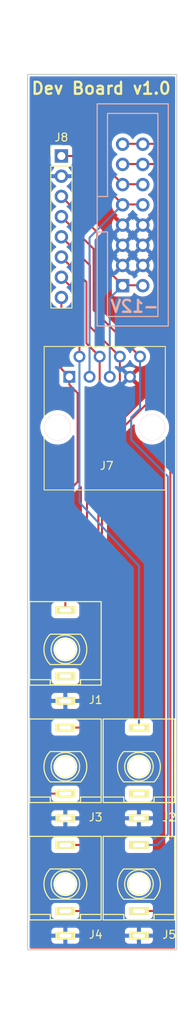
<source format=kicad_pcb>
(kicad_pcb (version 20221018) (generator pcbnew)
  (layers (0 "F.Cu" signal) (31 "B.Cu" signal) (34 "B.Paste" user) (35 "F.Paste" user) (36 "B.SilkS" user "B.Silkscreen") (37 "F.SilkS" user "F.Silkscreen") (38 "B.Mask" user) (39 "F.Mask" user) (44 "Edge.Cuts" user))
  (net 0 "")
  (net 1 "Jack1")
  (net 2 "Net-(J1-Pad2)")
  (net 3 "GND")
  (net 4 "Net-(J2-Pad2)")
  (net 5 "Jack2")
  (net 6 "Jack3")
  (net 7 "+5V")
  (net 8 "CV")
  (net 9 "Jack4")
  (net 10 "Jack5")
  (net 11 "Gate")
  (net 12 "-12V")
  (net 13 "+12V")
  (footprint "PlayDice:THONKICONN_hole" (layer "F.Cu") (at 64.75 146.25)
    (fp_text reference "J2" (at 3.81 6.35) (layer "F.SilkS"))
    (fp_text value "AudioJack2_Ground_Switch" hide)
    (fp_line (start -4.5 -6) (end -4.5 4.5) (stroke (width 0.15)) (layer "F.SilkS"))
    (fp_line (start -4.5 -6) (end 4.5 -6) (stroke (width 0.15)) (layer "F.SilkS"))
    (fp_line (start -4.5 4.5) (end 4.5 4.5) (stroke (width 0.15)) (layer "F.SilkS"))
    (fp_line (start -4.445 3.81) (end -1.905 3.81) (stroke (width 0.15)) (layer "F.SilkS"))
    (fp_line (start -1.905 -1.905) (end 1.905 -1.905) (stroke (width 0.15)) (layer "F.SilkS"))
    (fp_line (start -1.905 3.81) (end -1.905 4.445) (stroke (width 0.15)) (layer "F.SilkS"))
    (fp_line (start -1.905 4.445) (end 1.905 4.445) (stroke (width 0.15)) (layer "F.SilkS"))
    (fp_line (start 1.905 1.905) (end -1.905 1.905) (stroke (width 0.15)) (layer "F.SilkS"))
    (fp_line (start 1.905 3.81) (end 4.445 3.81) (stroke (width 0.15)) (layer "F.SilkS"))
    (fp_line (start 1.905 4.445) (end 1.905 3.81) (stroke (width 0.15)) (layer "F.SilkS"))
    (fp_line (start 4.5 -6) (end 4.5 4.5) (stroke (width 0.15)) (layer "F.SilkS"))
    (fp_arc (start -1.905 1.905) (mid -2.694077 0) (end -1.905 -1.905) (stroke (width 0.15)) (layer "F.SilkS"))
    (fp_arc (start 1.905 -1.905) (mid 2.694077 0) (end 1.905 1.905) (stroke (width 0.15)) (layer "F.SilkS"))
    (fp_circle (center 0 0) (end 1.27 1.27) (stroke (width 0.15)) (fill none) (layer "F.SilkS"))
    (fp_circle (center 0 0) (end 1.3 0) (stroke (width 0.15)) (fill none) (layer "F.SilkS"))
    (pad "" np_thru_hole circle (at 0 0) (size 2.5 2.5) (drill 2.5) (layers "*.Cu" "*.Mask"))
    (pad "1" thru_hole rect (at 0 6.48) (size 2.5 1) (drill oval 1.5 0.5) (layers "*.Cu" "*.Mask" "F.SilkS") (net 3 "GND"))
    (pad "2" thru_hole rect (at 0 3.38) (size 2.5 1) (drill oval 1.5 0.5) (layers "*.Cu" "*.Mask" "F.SilkS") (net 4 "Net-(J2-Pad2)"))
    (pad "3" thru_hole rect (at 0 -4.92) (size 2.5 1) (drill oval 1.5 0.5) (layers "*.Cu" "*.Mask" "F.SilkS") (net 5 "Jack2"))
  )
  (footprint "PlayDice:THONKICONN_hole" (layer "F.Cu") (at 55.5 146.25)
    (fp_text reference "J3" (at 3.81 6.35) (layer "F.SilkS"))
    (fp_text value "AudioJack2_Ground_Switch" hide)
    (fp_line (start -4.5 -6) (end -4.5 4.5) (stroke (width 0.15)) (layer "F.SilkS"))
    (fp_line (start -4.5 -6) (end 4.5 -6) (stroke (width 0.15)) (layer "F.SilkS"))
    (fp_line (start -4.5 4.5) (end 4.5 4.5) (stroke (width 0.15)) (layer "F.SilkS"))
    (fp_line (start -4.445 3.81) (end -1.905 3.81) (stroke (width 0.15)) (layer "F.SilkS"))
    (fp_line (start -1.905 -1.905) (end 1.905 -1.905) (stroke (width 0.15)) (layer "F.SilkS"))
    (fp_line (start -1.905 3.81) (end -1.905 4.445) (stroke (width 0.15)) (layer "F.SilkS"))
    (fp_line (start -1.905 4.445) (end 1.905 4.445) (stroke (width 0.15)) (layer "F.SilkS"))
    (fp_line (start 1.905 1.905) (end -1.905 1.905) (stroke (width 0.15)) (layer "F.SilkS"))
    (fp_line (start 1.905 3.81) (end 4.445 3.81) (stroke (width 0.15)) (layer "F.SilkS"))
    (fp_line (start 1.905 4.445) (end 1.905 3.81) (stroke (width 0.15)) (layer "F.SilkS"))
    (fp_line (start 4.5 -6) (end 4.5 4.5) (stroke (width 0.15)) (layer "F.SilkS"))
    (fp_arc (start -1.905 1.905) (mid -2.694077 0) (end -1.905 -1.905) (stroke (width 0.15)) (layer "F.SilkS"))
    (fp_arc (start 1.905 -1.905) (mid 2.694077 0) (end 1.905 1.905) (stroke (width 0.15)) (layer "F.SilkS"))
    (fp_circle (center 0 0) (end 1.27 1.27) (stroke (width 0.15)) (fill none) (layer "F.SilkS"))
    (fp_circle (center 0 0) (end 1.3 0) (stroke (width 0.15)) (fill none) (layer "F.SilkS"))
    (pad "" np_thru_hole circle (at 0 0) (size 2.5 2.5) (drill 2.5) (layers "*.Cu" "*.Mask"))
    (pad "1" thru_hole rect (at 0 6.48) (size 2.5 1) (drill oval 1.5 0.5) (layers "*.Cu" "*.Mask" "F.SilkS") (net 3 "GND"))
    (pad "2" thru_hole rect (at 0 3.38) (size 2.5 1) (drill oval 1.5 0.5) (layers "*.Cu" "*.Mask" "F.SilkS") (net 7 "+5V"))
    (pad "3" thru_hole rect (at 0 -4.92) (size 2.5 1) (drill oval 1.5 0.5) (layers "*.Cu" "*.Mask" "F.SilkS") (net 6 "Jack3"))
  )
  (footprint "PlayDice:THONKICONN_hole" (layer "F.Cu") (at 55.5 161)
    (fp_text reference "J4" (at 3.81 6.35) (layer "F.SilkS"))
    (fp_text value "AudioJack2_Ground_Switch" hide)
    (fp_line (start -4.5 -6) (end -4.5 4.5) (stroke (width 0.15)) (layer "F.SilkS"))
    (fp_line (start -4.5 -6) (end 4.5 -6) (stroke (width 0.15)) (layer "F.SilkS"))
    (fp_line (start -4.5 4.5) (end 4.5 4.5) (stroke (width 0.15)) (layer "F.SilkS"))
    (fp_line (start -4.445 3.81) (end -1.905 3.81) (stroke (width 0.15)) (layer "F.SilkS"))
    (fp_line (start -1.905 -1.905) (end 1.905 -1.905) (stroke (width 0.15)) (layer "F.SilkS"))
    (fp_line (start -1.905 3.81) (end -1.905 4.445) (stroke (width 0.15)) (layer "F.SilkS"))
    (fp_line (start -1.905 4.445) (end 1.905 4.445) (stroke (width 0.15)) (layer "F.SilkS"))
    (fp_line (start 1.905 1.905) (end -1.905 1.905) (stroke (width 0.15)) (layer "F.SilkS"))
    (fp_line (start 1.905 3.81) (end 4.445 3.81) (stroke (width 0.15)) (layer "F.SilkS"))
    (fp_line (start 1.905 4.445) (end 1.905 3.81) (stroke (width 0.15)) (layer "F.SilkS"))
    (fp_line (start 4.5 -6) (end 4.5 4.5) (stroke (width 0.15)) (layer "F.SilkS"))
    (fp_arc (start -1.905 1.905) (mid -2.694077 0) (end -1.905 -1.905) (stroke (width 0.15)) (layer "F.SilkS"))
    (fp_arc (start 1.905 -1.905) (mid 2.694077 0) (end 1.905 1.905) (stroke (width 0.15)) (layer "F.SilkS"))
    (fp_circle (center 0 0) (end 1.27 1.27) (stroke (width 0.15)) (fill none) (layer "F.SilkS"))
    (fp_circle (center 0 0) (end 1.3 0) (stroke (width 0.15)) (fill none) (layer "F.SilkS"))
    (pad "" np_thru_hole circle (at 0 0) (size 2.5 2.5) (drill 2.5) (layers "*.Cu" "*.Mask"))
    (pad "1" thru_hole rect (at 0 6.48) (size 2.5 1) (drill oval 1.5 0.5) (layers "*.Cu" "*.Mask" "F.SilkS") (net 3 "GND"))
    (pad "2" thru_hole rect (at 0 3.38) (size 2.5 1) (drill oval 1.5 0.5) (layers "*.Cu" "*.Mask" "F.SilkS") (net 8 "CV"))
    (pad "3" thru_hole rect (at 0 -4.92) (size 2.5 1) (drill oval 1.5 0.5) (layers "*.Cu" "*.Mask" "F.SilkS") (net 9 "Jack4"))
  )
  (footprint "PlayDice:THONKICONN_hole" (layer "F.Cu") (at 64.75 161)
    (fp_text reference "J5" (at 3.81 6.35) (layer "F.SilkS"))
    (fp_text value "AudioJack2_Ground_Switch" hide)
    (fp_line (start -4.5 -6) (end -4.5 4.5) (stroke (width 0.15)) (layer "F.SilkS"))
    (fp_line (start -4.5 -6) (end 4.5 -6) (stroke (width 0.15)) (layer "F.SilkS"))
    (fp_line (start -4.5 4.5) (end 4.5 4.5) (stroke (width 0.15)) (layer "F.SilkS"))
    (fp_line (start -4.445 3.81) (end -1.905 3.81) (stroke (width 0.15)) (layer "F.SilkS"))
    (fp_line (start -1.905 -1.905) (end 1.905 -1.905) (stroke (width 0.15)) (layer "F.SilkS"))
    (fp_line (start -1.905 3.81) (end -1.905 4.445) (stroke (width 0.15)) (layer "F.SilkS"))
    (fp_line (start -1.905 4.445) (end 1.905 4.445) (stroke (width 0.15)) (layer "F.SilkS"))
    (fp_line (start 1.905 1.905) (end -1.905 1.905) (stroke (width 0.15)) (layer "F.SilkS"))
    (fp_line (start 1.905 3.81) (end 4.445 3.81) (stroke (width 0.15)) (layer "F.SilkS"))
    (fp_line (start 1.905 4.445) (end 1.905 3.81) (stroke (width 0.15)) (layer "F.SilkS"))
    (fp_line (start 4.5 -6) (end 4.5 4.5) (stroke (width 0.15)) (layer "F.SilkS"))
    (fp_arc (start -1.905 1.905) (mid -2.694077 0) (end -1.905 -1.905) (stroke (width 0.15)) (layer "F.SilkS"))
    (fp_arc (start 1.905 -1.905) (mid 2.694077 0) (end 1.905 1.905) (stroke (width 0.15)) (layer "F.SilkS"))
    (fp_circle (center 0 0) (end 1.27 1.27) (stroke (width 0.15)) (fill none) (layer "F.SilkS"))
    (fp_circle (center 0 0) (end 1.3 0) (stroke (width 0.15)) (fill none) (layer "F.SilkS"))
    (pad "" np_thru_hole circle (at 0 0) (size 2.5 2.5) (drill 2.5) (layers "*.Cu" "*.Mask"))
    (pad "1" thru_hole rect (at 0 6.48) (size 2.5 1) (drill oval 1.5 0.5) (layers "*.Cu" "*.Mask" "F.SilkS") (net 3 "GND"))
    (pad "2" thru_hole rect (at 0 3.38) (size 2.5 1) (drill oval 1.5 0.5) (layers "*.Cu" "*.Mask" "F.SilkS") (net 11 "Gate"))
    (pad "3" thru_hole rect (at 0 -4.92) (size 2.5 1) (drill oval 1.5 0.5) (layers "*.Cu" "*.Mask" "F.SilkS") (net 10 "Jack5"))
  )
  (footprint "Connectors:RJ45_8" (layer "F.Cu") (at 56 97.25)
    (fp_text reference "J7" (at 4.7 11.18) (layer "F.SilkS"))
    (fp_text value "RJ45")
    (fp_line (start -3.17 -3.81) (end -3.17 5.19) (stroke (width 0.12)) (layer "F.SilkS"))
    (fp_line (start -3.17 7.51) (end -3.17 14.22) (stroke (width 0.12)) (layer "F.SilkS"))
    (fp_line (start -3.17 14.22) (end 12.07 14.22) (stroke (width 0.12)) (layer "F.SilkS"))
    (fp_line (start 12.06 7.52) (end 12.07 14.22) (stroke (width 0.12)) (layer "F.SilkS"))
    (fp_line (start 12.07 -3.81) (end -3.17 -3.81) (stroke (width 0.12)) (layer "F.SilkS"))
    (fp_line (start 12.07 -3.81) (end 12.06 5.18) (stroke (width 0.12)) (layer "F.SilkS"))
    (pad "" np_thru_hole circle (at -1.49 6.35) (size 3.3 3.3) (drill 3.25) (layers "*.Cu" "*.SilkS" "*.Mask"))
    (pad "" np_thru_hole circle (at 10.38 6.35) (size 3.3 3.3) (drill 3.25) (layers "*.Cu" "*.SilkS" "*.Mask"))
    (pad "1" thru_hole rect (at 0 0) (size 1.5 1.5) (drill 0.9) (layers "*.Cu" "*.Mask") (net 1 "Jack1"))
    (pad "2" thru_hole circle (at 1.27 -2.54) (size 1.5 1.5) (drill 0.9) (layers "*.Cu" "*.Mask") (net 5 "Jack2"))
    (pad "3" thru_hole circle (at 2.54 0) (size 1.5 1.5) (drill 0.9) (layers "*.Cu" "*.Mask") (net 13 "+12V"))
    (pad "4" thru_hole circle (at 3.81 -2.54) (size 1.5 1.5) (drill 0.9) (layers "*.Cu" "*.Mask") (net 6 "Jack3"))
    (pad "5" thru_hole circle (at 5.08 0) (size 1.5 1.5) (drill 0.9) (layers "*.Cu" "*.Mask") (net 12 "-12V"))
    (pad "6" thru_hole circle (at 6.35 -2.54) (size 1.5 1.5) (drill 0.9) (layers "*.Cu" "*.Mask") (net 9 "Jack4"))
    (pad "7" thru_hole circle (at 7.62 0) (size 1.5 1.5) (drill 0.9) (layers "*.Cu" "*.Mask") (net 3 "GND"))
    (pad "8" thru_hole circle (at 8.89 -2.54) (size 1.5 1.5) (drill 0.9) (layers "*.Cu" "*.Mask") (net 10 "Jack5"))
  )
  (footprint "Pin_Headers:Pin_Header_Straight_1x08_Pitch2.54mm" (layer "F.Cu") (at 55 69.5)
    (fp_text reference "J8" (at 0 -2.33) (layer "F.SilkS"))
    (fp_text value "Conn_01x08_Female")
    (fp_line (start -1.33 -1.33) (end 0 -1.33) (stroke (width 0.12)) (layer "F.SilkS"))
    (fp_line (start -1.33 0) (end -1.33 -1.33) (stroke (width 0.12)) (layer "F.SilkS"))
    (fp_line (start -1.33 1.27) (end -1.33 19.11) (stroke (width 0.12)) (layer "F.SilkS"))
    (fp_line (start -1.33 1.27) (end 1.33 1.27) (stroke (width 0.12)) (layer "F.SilkS"))
    (fp_line (start -1.33 19.11) (end 1.33 19.11) (stroke (width 0.12)) (layer "F.SilkS"))
    (fp_line (start 1.33 1.27) (end 1.33 19.11) (stroke (width 0.12)) (layer "F.SilkS"))
    (pad "1" thru_hole rect (at 0 0) (size 1.7 1.7) (drill 1) (layers "*.Cu" "*.Mask") (net 13 "+12V"))
    (pad "2" thru_hole oval (at 0 2.54) (size 1.7 1.7) (drill 1) (layers "*.Cu" "*.Mask") (net 3 "GND"))
    (pad "3" thru_hole oval (at 0 5.08) (size 1.7 1.7) (drill 1) (layers "*.Cu" "*.Mask") (net 12 "-12V"))
    (pad "4" thru_hole oval (at 0 7.62) (size 1.7 1.7) (drill 1) (layers "*.Cu" "*.Mask") (net 10 "Jack5"))
    (pad "5" thru_hole oval (at 0 10.16) (size 1.7 1.7) (drill 1) (layers "*.Cu" "*.Mask") (net 9 "Jack4"))
    (pad "6" thru_hole oval (at 0 12.7) (size 1.7 1.7) (drill 1) (layers "*.Cu" "*.Mask") (net 6 "Jack3"))
    (pad "7" thru_hole oval (at 0 15.24) (size 1.7 1.7) (drill 1) (layers "*.Cu" "*.Mask") (net 5 "Jack2"))
    (pad "8" thru_hole oval (at 0 17.78) (size 1.7 1.7) (drill 1) (layers "*.Cu" "*.Mask") (net 1 "Jack1"))
  )
  (footprint "PlayDice:THONKICONN_hole" (layer "F.Cu") (at 55.5 131.5)
    (fp_text reference "J1" (at 3.81 6.35) (layer "F.SilkS"))
    (fp_text value "AudioJack2_Ground_Switch" hide)
    (fp_line (start -4.5 -6) (end -4.5 4.5) (stroke (width 0.15)) (layer "F.SilkS"))
    (fp_line (start -4.5 -6) (end 4.5 -6) (stroke (width 0.15)) (layer "F.SilkS"))
    (fp_line (start -4.5 4.5) (end 4.5 4.5) (stroke (width 0.15)) (layer "F.SilkS"))
    (fp_line (start -4.445 3.81) (end -1.905 3.81) (stroke (width 0.15)) (layer "F.SilkS"))
    (fp_line (start -1.905 -1.905) (end 1.905 -1.905) (stroke (width 0.15)) (layer "F.SilkS"))
    (fp_line (start -1.905 3.81) (end -1.905 4.445) (stroke (width 0.15)) (layer "F.SilkS"))
    (fp_line (start -1.905 4.445) (end 1.905 4.445) (stroke (width 0.15)) (layer "F.SilkS"))
    (fp_line (start 1.905 1.905) (end -1.905 1.905) (stroke (width 0.15)) (layer "F.SilkS"))
    (fp_line (start 1.905 3.81) (end 4.445 3.81) (stroke (width 0.15)) (layer "F.SilkS"))
    (fp_line (start 1.905 4.445) (end 1.905 3.81) (stroke (width 0.15)) (layer "F.SilkS"))
    (fp_line (start 4.5 -6) (end 4.5 4.5) (stroke (width 0.15)) (layer "F.SilkS"))
    (fp_arc (start -1.905 1.905) (mid -2.694077 0) (end -1.905 -1.905) (stroke (width 0.15)) (layer "F.SilkS"))
    (fp_arc (start 1.905 -1.905) (mid 2.694077 0) (end 1.905 1.905) (stroke (width 0.15)) (layer "F.SilkS"))
    (fp_circle (center 0 0) (end 1.27 1.27) (stroke (width 0.15)) (fill none) (layer "F.SilkS"))
    (fp_circle (center 0 0) (end 1.3 0) (stroke (width 0.15)) (fill none) (layer "F.SilkS"))
    (pad "" np_thru_hole circle (at 0 0) (size 2.5 2.5) (drill 2.5) (layers "*.Cu" "*.Mask"))
    (pad "1" thru_hole rect (at 0 6.48) (size 2.5 1) (drill oval 1.5 0.5) (layers "*.Cu" "*.Mask" "F.SilkS") (net 3 "GND"))
    (pad "2" thru_hole rect (at 0 3.38) (size 2.5 1) (drill oval 1.5 0.5) (layers "*.Cu" "*.Mask" "F.SilkS") (net 2 "Net-(J1-Pad2)"))
    (pad "3" thru_hole rect (at 0 -4.92) (size 2.5 1) (drill oval 1.5 0.5) (layers "*.Cu" "*.Mask" "F.SilkS") (net 1 "Jack1"))
  )
  (footprint "PlayDice:Eurorack_16_pin_header" (layer "B.Cu") (at 62.7 85.8 90)
    (fp_text reference "J6" hide)
    (fp_text value "Eurorack_16_pin_power" hide)
    (fp_line (start -5.07 -3.2) (end -5.07 5.74) (stroke (width 0.15)) (layer "B.SilkS"))
    (fp_line (start -5.07 5.74) (end 22.85 5.74) (stroke (width 0.15)) (layer "B.SilkS"))
    (fp_line (start -3.87 -1.9) (end -3.87 4.44) (stroke (width 0.15)) (layer "B.SilkS"))
    (fp_line (start -3.87 4.44) (end 21.65 4.44) (stroke (width 0.15)) (layer "B.SilkS"))
    (fp_line (start 6.7 -1.9) (end -3.87 -1.9) (stroke (width 0.15)) (layer "B.SilkS"))
    (fp_line (start 6.755 -3.2) (end 6.755 -1.9) (stroke (width 0.15)) (layer "B.SilkS"))
    (fp_line (start 11.205 -1.9) (end 11.205 -3.2) (stroke (width 0.15)) (layer "B.SilkS"))
    (fp_line (start 21.65 -1.9) (end 11.2 -1.9) (stroke (width 0.15)) (layer "B.SilkS"))
    (fp_line (start 21.65 4.44) (end 21.65 -1.9) (stroke (width 0.15)) (layer "B.SilkS"))
    (fp_line (start 22.85 -3.2) (end -5.07 -3.2) (stroke (width 0.15)) (layer "B.SilkS"))
    (fp_line (start 22.85 5.74) (end 22.85 -3.2) (stroke (width 0.15)) (layer "B.SilkS"))
    (pad "1" thru_hole rect (at 0 0 90) (size 1.7 1.7) (drill 1) (layers "*.Cu" "*.Mask") (net 12 "-12V"))
    (pad "2" thru_hole circle (at 0 2.54 90) (size 1.7 1.7) (drill 1) (layers "*.Cu" "*.Mask") (net 12 "-12V"))
    (pad "3" thru_hole circle (at 2.54 0 90) (size 1.7 1.7) (drill 1) (layers "*.Cu" "*.Mask") (net 3 "GND"))
    (pad "4" thru_hole circle (at 2.54 2.54 90) (size 1.7 1.7) (drill 1) (layers "*.Cu" "*.Mask") (net 3 "GND"))
    (pad "5" thru_hole circle (at 5.08 0 90) (size 1.7 1.7) (drill 1) (layers "*.Cu" "*.Mask") (net 3 "GND"))
    (pad "6" thru_hole circle (at 5.08 2.54 90) (size 1.7 1.7) (drill 1) (layers "*.Cu" "*.Mask") (net 3 "GND"))
    (pad "7" thru_hole circle (at 7.62 0 90) (size 1.7 1.7) (drill 1) (layers "*.Cu" "*.Mask") (net 3 "GND"))
    (pad "8" thru_hole circle (at 7.62 2.54 90) (size 1.7 1.7) (drill 1) (layers "*.Cu" "*.Mask") (net 3 "GND"))
    (pad "9" thru_hole circle (at 10.16 0 90) (size 1.7 1.7) (drill 1) (layers "*.Cu" "*.Mask") (net 13 "+12V"))
    (pad "10" thru_hole circle (at 10.16 2.54 90) (size 1.7 1.7) (drill 1) (layers "*.Cu" "*.Mask") (net 13 "+12V"))
    (pad "11" thru_hole circle (at 12.7 0 90) (size 1.7 1.7) (drill 1) (layers "*.Cu" "*.Mask") (net 7 "+5V"))
    (pad "12" thru_hole circle (at 12.7 2.54 90) (size 1.7 1.7) (drill 1) (layers "*.Cu" "*.Mask") (net 7 "+5V"))
    (pad "13" thru_hole circle (at 15.24 0 90) (size 1.7 1.7) (drill 1) (layers "*.Cu" "*.Mask") (net 8 "CV"))
    (pad "14" thru_hole circle (at 15.24 2.54 90) (size 1.7 1.7) (drill 1) (layers "*.Cu" "*.Mask") (net 8 "CV"))
    (pad "15" thru_hole circle (at 17.78 0 90) (size 1.7 1.7) (drill 1) (layers "*.Cu" "*.Mask") (net 11 "Gate"))
    (pad "16" thru_hole circle (at 17.78 2.54 90) (size 1.7 1.7) (drill 1) (layers "*.Cu" "*.Mask") (net 11 "Gate"))
  )
  (gr_line (start 69.5 169.25) (end 50.75 169.25) (stroke (width 0.15)) (layer "Edge.Cuts"))
  (gr_line (start 50.75 169.25) (end 50.75 59.25) (stroke (width 0.15)) (layer "Edge.Cuts"))
  (gr_line (start 50.75 59.25) (end 69.5 59.25) (stroke (width 0.15)) (layer "Edge.Cuts"))
  (gr_line (start 69.5 59.25) (end 69.5 169.25) (stroke (width 0.15)) (layer "Edge.Cuts"))
  (gr_text "-12V" (at 64.2 88.4) (layer "B.SilkS") (effects (font (size 1.5 1.5) (thickness 0.3)) (justify mirror)))
  (gr_text "Dev Board v1.0" (at 60 61) (layer "F.SilkS") (effects (font (size 1.5 1.5) (thickness 0.3))))
  (segment (start 56 98.25) (end 57.04 99.29) (width 0.25) (layer "F.Cu") (net 1))
  (segment (start 57.04 99.29) (end 57.04 110.46) (width 0.25) (layer "F.Cu") (net 1))
  (segment (start 55 96.25) (end 56 97.25) (width 0.25) (layer "F.Cu") (net 1))
  (segment (start 57.04 110.46) (end 55.5 112) (width 0.25) (layer "F.Cu") (net 1))
  (segment (start 55 87.28) (end 55 96.25) (width 0.25) (layer "F.Cu") (net 1))
  (segment (start 56 97.25) (end 56 98.25) (width 0.25) (layer "F.Cu") (net 1))
  (segment (start 55.5 112) (end 55.5 126.58) (width 0.25) (layer "F.Cu") (net 1))
  (segment (start 55 84.74) (end 57.27 87.01) (width 0.25) (layer "F.Cu") (net 5))
  (segment (start 57.27 87.01) (end 57.27 94.71) (width 0.25) (layer "F.Cu") (net 5))
  (segment (start 57.27 113.03) (end 64.76 121.03) (width 0.25) (layer "B.Cu") (net 5))
  (segment (start 57.27 94.71) (end 57.27 113.03) (width 0.25) (layer "B.Cu") (net 5))
  (segment (start 64.75 121.03) (end 64.75 141.33) (width 0.25) (layer "B.Cu") (net 5))
  (segment (start 58.22 141.11) (end 58 141.33) (width 0.25) (layer "F.Cu") (net 6))
  (segment (start 59.81 94.71) (end 59.81 99.84) (width 0.25) (layer "F.Cu") (net 6))
  (segment (start 58.14997 85.34997) (end 58.14997 93.04997) (width 0.25) (layer "F.Cu") (net 6))
  (segment (start 55 82.2) (end 58.14997 85.34997) (width 0.25) (layer "F.Cu") (net 6))
  (segment (start 58.14997 93.04997) (end 59.81 94.71) (width 0.25) (layer "F.Cu") (net 6))
  (segment (start 58 141.33) (end 55.5 141.33) (width 0.25) (layer "F.Cu") (net 6))
  (segment (start 58.22 101.43) (end 58.22 141.11) (width 0.25) (layer "F.Cu") (net 6))
  (segment (start 59.81 99.84) (end 58.22 101.43) (width 0.25) (layer "F.Cu") (net 6))
  (segment (start 56.31 66.65) (end 51.75 66.65) (width 0.25) (layer "F.Cu") (net 7))
  (segment (start 62.71 73.05) (end 56.31 66.65) (width 0.25) (layer "F.Cu") (net 7))
  (segment (start 51.75 66.65) (end 51.51 66.89) (width 0.25) (layer "F.Cu") (net 7))
  (segment (start 52.8 149.63) (end 55.5 149.63) (width 0.25) (layer "F.Cu") (net 7))
  (segment (start 62.71 73.05) (end 65.25 73.05) (width 0.25) (layer "F.Cu") (net 7))
  (segment (start 51.51 66.89) (end 51.51 148.34) (width 0.25) (layer "F.Cu") (net 7))
  (segment (start 51.51 148.34) (end 52.8 149.63) (width 0.25) (layer "F.Cu") (net 7))
  (segment (start 60.1 163.23) (end 58.95 164.38) (width 0.25) (layer "F.Cu") (net 8))
  (segment (start 58.95 164.38) (end 55.5 164.38) (width 0.25) (layer "F.Cu") (net 8))
  (segment (start 60.1 106.28) (end 60.1 163.23) (width 0.25) (layer "F.Cu") (net 8))
  (segment (start 67.46 70.51) (end 68.03 71.08) (width 0.25) (layer "F.Cu") (net 8))
  (segment (start 62.71 70.51) (end 65.25 70.51) (width 0.25) (layer "F.Cu") (net 8))
  (segment (start 68.03 71.08) (end 68.03 98.35) (width 0.25) (layer "F.Cu") (net 8))
  (segment (start 68.03 98.35) (end 60.1 106.28) (width 0.25) (layer "F.Cu") (net 8))
  (segment (start 65.25 70.51) (end 67.46 70.51) (width 0.25) (layer "F.Cu") (net 8))
  (segment (start 62.35 101.05) (end 59.64999 103.75001) (width 0.25) (layer "F.Cu") (net 9))
  (segment (start 59.64999 103.75001) (end 59.64999 153.90001) (width 0.25) (layer "F.Cu") (net 9))
  (segment (start 58.59998 90.95998) (end 62.35 94.71) (width 0.25) (layer "F.Cu") (net 9))
  (segment (start 62.35 94.71) (end 62.35 101.05) (width 0.25) (layer "F.Cu") (net 9))
  (segment (start 55 79.66) (end 58.59998 83.25998) (width 0.25) (layer "F.Cu") (net 9))
  (segment (start 57.47 156.08) (end 55.5 156.08) (width 0.25) (layer "F.Cu") (net 9))
  (segment (start 58.59998 83.25998) (end 58.59998 90.95998) (width 0.25) (layer "F.Cu") (net 9))
  (segment (start 59.64999 153.90001) (end 57.47 156.08) (width 0.25) (layer "F.Cu") (net 9))
  (segment (start 59.04999 81.16999) (end 59.04999 88.86999) (width 0.25) (layer "F.Cu") (net 10))
  (segment (start 55 77.12) (end 59.04999 81.16999) (width 0.25) (layer "F.Cu") (net 10))
  (segment (start 59.04999 88.86999) (end 64.89 94.71) (width 0.25) (layer "F.Cu") (net 10))
  (segment (start 64.89 101.24) (end 63.78 102.35) (width 0.25) (layer "B.Cu") (net 10))
  (segment (start 67.05 156.08) (end 64.75 156.08) (width 0.25) (layer "B.Cu") (net 10))
  (segment (start 64.89 94.71) (end 64.89 101.24) (width 0.25) (layer "B.Cu") (net 10))
  (segment (start 63.78 102.35) (end 63.78 105.17) (width 0.25) (layer "B.Cu") (net 10))
  (segment (start 68.39 109.78) (end 68.39 154.74) (width 0.25) (layer "B.Cu") (net 10))
  (segment (start 68.39 154.74) (end 67.05 156.08) (width 0.25) (layer "B.Cu") (net 10))
  (segment (start 63.78 105.17) (end 68.39 109.78) (width 0.25) (layer "B.Cu") (net 10))
  (segment (start 68.7 163.65) (end 67.97 164.38) (width 0.25) (layer "F.Cu") (net 11))
  (segment (start 68.7 101.7) (end 68.7 163.65) (width 0.25) (layer "F.Cu") (net 11))
  (segment (start 67.87 67.97) (end 68.72 68.82) (width 0.25) (layer "F.Cu") (net 11))
  (segment (start 67.97 164.38) (end 64.75 164.38) (width 0.25) (layer "F.Cu") (net 11))
  (segment (start 68.72 68.82) (end 68.7 101.7) (width 0.25) (layer "F.Cu") (net 11))
  (segment (start 65.25 67.97) (end 67.87 67.97) (width 0.25) (layer "F.Cu") (net 11))
  (segment (start 62.71 67.97) (end 65.25 67.97) (width 0.25) (layer "F.Cu") (net 11))
  (segment (start 59.5 79.08) (end 59.5 82.54) (width 0.25) (layer "F.Cu") (net 12))
  (segment (start 55 74.58) (end 59.5 79.08) (width 0.25) (layer "F.Cu") (net 12))
  (segment (start 62.71 85.75) (end 65.25 85.75) (width 0.25) (layer "F.Cu") (net 12))
  (segment (start 59.5 82.54) (end 62.71 85.75) (width 0.25) (layer "F.Cu") (net 12))
  (segment (start 62.71 85.75) (end 61.08 87.38) (width 0.25) (layer "B.Cu") (net 12))
  (segment (start 61.08 87.38) (end 61.08 97.25) (width 0.25) (layer "B.Cu") (net 12))
  (segment (start 62.71 75.59) (end 65.25 75.59) (width 0.25) (layer "F.Cu") (net 13))
  (segment (start 56.62 69.5) (end 62.71 75.59) (width 0.25) (layer "F.Cu") (net 13))
  (segment (start 55 69.5) (end 56.62 69.5) (width 0.25) (layer "F.Cu") (net 13))
  (segment (start 58.54 79.76) (end 58.54 97.25) (width 0.25) (layer "B.Cu") (net 13))
  (segment (start 62.71 75.59) (end 58.54 79.76) (width 0.25) (layer "B.Cu") (net 13))
  (zone (net 3) (net_name "GND") (layer "F.Cu") (connect_pads (clearance 0.508)) (min_thickness 0.254) (fill yes (thermal_gap 0.508) (thermal_bridge_width 0.508))
    (polygon (pts (xy 51 59.5) (xy 69.3 59.5) (xy 69.3 169.1) (xy 51 169.1)))
  )
  (zone (net 3) (net_name "GND") (layer "B.Cu") (connect_pads (clearance 0.508)) (min_thickness 0.254) (fill yes (thermal_gap 0.508) (thermal_bridge_width 0.508))
    (polygon (pts (xy 51 59.5) (xy 69.3 59.5) (xy 69.3 169) (xy 51 169)))
  )
)
</source>
